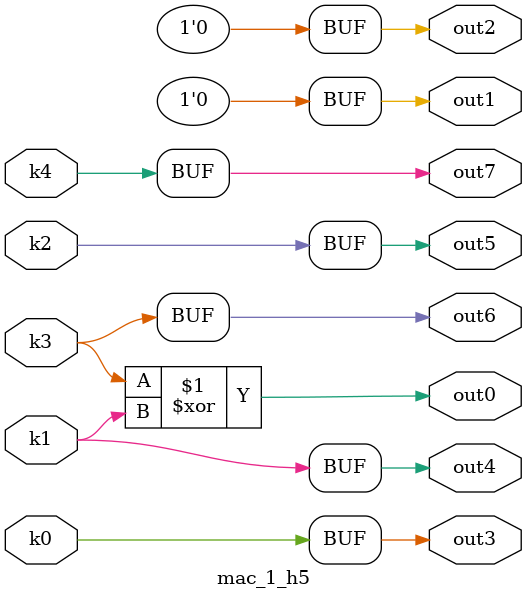
<source format=v>
module mac_1(pi0, pi1, pi2, pi3, pi4, pi5, pi6, pi7, po0, po1, po2, po3, po4, po5, po6, po7);
input pi0, pi1, pi2, pi3, pi4, pi5, pi6, pi7;
output po0, po1, po2, po3, po4, po5, po6, po7;
wire k0, k1, k2, k3, k4;
mac_1_w5 DUT1 (pi0, pi1, pi2, pi3, pi4, pi5, pi6, pi7, k0, k1, k2, k3, k4);
mac_1_h5 DUT2 (k0, k1, k2, k3, k4, po0, po1, po2, po3, po4, po5, po6, po7);
endmodule

module mac_1_w5(in7, in6, in5, in4, in3, in2, in1, in0, k4, k3, k2, k1, k0);
input in7, in6, in5, in4, in3, in2, in1, in0;
output k4, k3, k2, k1, k0;
assign k0 =   ((~in7 | ~in5) & ((~in2 & (in1 | (in6 & in4 & in3))) | (~in1 & in2 & (~in6 | ~in4 | ~in3)))) | (in7 & in5 & ((in2 & (in1 | (in6 & in4 & in3))) | (~in1 & ~in2 & (~in6 | ~in4 | ~in3))));
assign k1 =   in4;
assign k2 =   in5;
assign k3 =   in6;
assign k4 =   in7;
endmodule

module mac_1_h5(k4, k3, k2, k1, k0, out7, out6, out5, out4, out3, out2, out1, out0);
input k4, k3, k2, k1, k0;
output out7, out6, out5, out4, out3, out2, out1, out0;
assign out0 = k3 ^ k1;
assign out1 = 0;
assign out2 = 0;
assign out3 = k0;
assign out4 = k1;
assign out5 = k2;
assign out6 = k3;
assign out7 = k4;
endmodule

</source>
